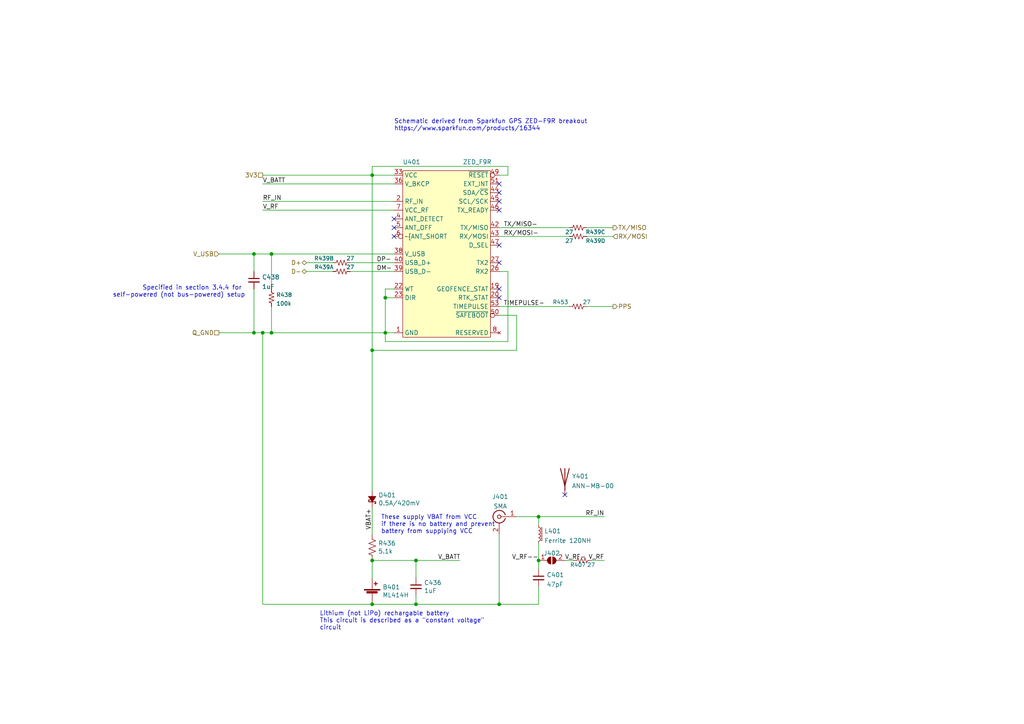
<source format=kicad_sch>
(kicad_sch (version 20211123) (generator eeschema)
  (paper "A4")
  (lib_symbols
    (symbol "Connector:Conn_Coaxial" (pin_names (offset 1.016) hide)
      (property "Reference" "J" (at 0.254 3.048 0))
      (property "Value" "Conn_Coaxial" (at 2.921 0 90))
      (symbol "Conn_Coaxial_0_1"
        (arc (start -1.778 -0.508) (mid 0.222 -1.808) (end 1.778 0) (stroke (width 0.254)))
        (polyline (pts (xy -2.54 0) (xy -0.508 0)))
        (polyline (pts (xy 0 -2.54) (xy 0 -1.778)))
        (circle (center 0 0) (radius 0.508) (stroke (width 0.2032)))
        (arc (start 1.778 0) (mid 0.222 1.8083) (end -1.778 0.508) (stroke (width 0.254)))
      )
      (symbol "Conn_Coaxial_1_1"
        (pin passive line (at -5.08 0 0) (length 2.54) (name "In") (number "1"))
        (pin passive line (at 0 -5.08 90) (length 2.54) (name "Ext") (number "2"))
      )
    )
    (symbol "Device:Antenna" (pin_numbers hide) (pin_names (offset 1.016) hide)
      (property "Reference" "AE" (at -1.905 1.905 0))
      (property "Value" "Antenna" (at -1.905 0 0))
      (symbol "Antenna_0_1"
        (polyline (pts (xy 0 2.54) (xy 0 -3.81)) (stroke (width 0.254)))
        (polyline (pts (xy 1.27 2.54) (xy 0 -2.54) (xy -1.27 2.54)) (stroke (width 0.254)))
      )
      (symbol "Antenna_1_1"
        (pin input line (at 0 -5.08 90) (length 2.54) (name "A") (number "1"))
      )
    )
    (symbol "Device:Battery_Cell" (pin_numbers hide) (pin_names (offset 0) hide)
      (property "Reference" "BT" (at 2.54 2.54 0))
      (property "Value" "Battery_Cell" (at 2.54 0 0))
      (symbol "Battery_Cell_0_1"
        (rectangle (start -2.286 1.778) (end 2.286 1.524) (fill (type outline)))
        (rectangle (start -1.5748 1.1938) (end 1.4732 0.6858) (fill (type outline)))
        (polyline (pts (xy 0 0.762) (xy 0 0)))
        (polyline (pts (xy 0 1.778) (xy 0 2.54)))
        (polyline (pts (xy 0.508 3.429) (xy 1.524 3.429)) (stroke (width 0.254)))
        (polyline (pts (xy 1.016 3.937) (xy 1.016 2.921)) (stroke (width 0.254)))
      )
      (symbol "Battery_Cell_1_1"
        (pin passive line (at 0 5.08 270) (length 2.54) (name "+") (number "1"))
        (pin passive line (at 0 -2.54 90) (length 2.54) (name "-") (number "2"))
      )
    )
    (symbol "Device:C_Small" (pin_numbers hide) (pin_names (offset 0.254) hide)
      (property "Reference" "C" (at 0.254 1.778 0))
      (property "Value" "C_Small" (at 0.254 -2.032 0))
      (symbol "C_Small_0_1"
        (polyline (pts (xy -1.524 -0.508) (xy 1.524 -0.508)) (stroke (width 0.3302)))
        (polyline (pts (xy -1.524 0.508) (xy 1.524 0.508)) (stroke (width 0.3048)))
      )
      (symbol "C_Small_1_1"
        (pin passive line (at 0 2.54 270) (length 2.032) (name "~") (number "1"))
        (pin passive line (at 0 -2.54 90) (length 2.032) (name "~") (number "2"))
      )
    )
    (symbol "Device:D_Schottky_Small_Filled" (pin_numbers hide) (pin_names (offset 0.254) hide)
      (property "Reference" "D" (at -1.27 2.032 0))
      (property "Value" "D_Schottky_Small_Filled" (at -7.112 -2.032 0))
      (symbol "D_Schottky_Small_Filled_0_1"
        (polyline (pts (xy -0.762 0) (xy 0.762 0)))
        (polyline (pts (xy 0.762 -1.016) (xy -0.762 0) (xy 0.762 1.016) (xy 0.762 -1.016)) (stroke (width 0.254)) (fill (type outline)))
        (polyline (pts (xy -1.27 0.762) (xy -1.27 1.016) (xy -0.762 1.016) (xy -0.762 -1.016) (xy -0.254 -1.016) (xy -0.254 -0.762)) (stroke (width 0.254)))
      )
      (symbol "D_Schottky_Small_Filled_1_1"
        (pin passive line (at -2.54 0 0) (length 1.778) (name "K") (number "1"))
        (pin passive line (at 2.54 0 180) (length 1.778) (name "A") (number "2"))
      )
    )
    (symbol "Device:L_Ferrite_Small" (pin_numbers hide) (pin_names (offset 0.254) hide)
      (property "Reference" "L" (at 1.27 1.016 0))
      (property "Value" "L_Ferrite_Small" (at 1.27 -1.27 0))
      (symbol "L_Ferrite_Small_0_1"
        (arc (start 0 -2.032) (mid 0.508 -1.524) (end 0 -1.016))
        (arc (start 0 -1.016) (mid 0.508 -0.508) (end 0 0))
        (polyline (pts (xy 0.762 -1.905) (xy 0.762 -1.651)))
        (polyline (pts (xy 0.762 -1.397) (xy 0.762 -1.143)))
        (polyline (pts (xy 0.762 -0.889) (xy 0.762 -0.635)))
        (polyline (pts (xy 0.762 -0.381) (xy 0.762 -0.127)))
        (polyline (pts (xy 0.762 0.127) (xy 0.762 0.381)))
        (polyline (pts (xy 0.762 0.635) (xy 0.762 0.889)))
        (polyline (pts (xy 0.762 1.143) (xy 0.762 1.397)))
        (polyline (pts (xy 0.762 1.651) (xy 0.762 1.905)))
        (polyline (pts (xy 1.016 -1.651) (xy 1.016 -1.905)))
        (polyline (pts (xy 1.016 -1.143) (xy 1.016 -1.397)))
        (polyline (pts (xy 1.016 -0.635) (xy 1.016 -0.889)))
        (polyline (pts (xy 1.016 -0.127) (xy 1.016 -0.381)))
        (polyline (pts (xy 1.016 0.381) (xy 1.016 0.127)))
        (polyline (pts (xy 1.016 0.889) (xy 1.016 0.635)))
        (polyline (pts (xy 1.016 1.397) (xy 1.016 1.143)))
        (polyline (pts (xy 1.016 1.905) (xy 1.016 1.651)))
        (arc (start 0 0) (mid 0.508 0.508) (end 0 1.016))
        (arc (start 0 1.016) (mid 0.508 1.524) (end 0 2.032))
      )
      (symbol "L_Ferrite_Small_1_1"
        (pin passive line (at 0 2.54 270) (length 0.508) (name "~") (number "1"))
        (pin passive line (at 0 -2.54 90) (length 0.508) (name "~") (number "2"))
      )
    )
    (symbol "Device:R_US" (pin_numbers hide) (pin_names (offset 0))
      (property "Reference" "R" (at 2.54 0 90))
      (property "Value" "R_US" (at -2.54 0 90))
      (symbol "R_US_0_1"
        (polyline (pts (xy 0 -2.286) (xy 0 -2.54)))
        (polyline (pts (xy 0 2.286) (xy 0 2.54)))
        (polyline (pts (xy 0 -0.762) (xy 1.016 -1.143) (xy 0 -1.524) (xy -1.016 -1.905) (xy 0 -2.286)))
        (polyline (pts (xy 0 0.762) (xy 1.016 0.381) (xy 0 0) (xy -1.016 -0.381) (xy 0 -0.762)))
        (polyline (pts (xy 0 2.286) (xy 1.016 1.905) (xy 0 1.524) (xy -1.016 1.143) (xy 0 0.762)))
      )
      (symbol "R_US_1_1"
        (pin passive line (at 0 3.81 270) (length 1.27) (name "~") (number "1"))
        (pin passive line (at 0 -3.81 90) (length 1.27) (name "~") (number "2"))
      )
    )
    (symbol "Jumper:SolderJumper_2_Open" (pin_names (offset 0) hide)
      (property "Reference" "JP" (at 0 2.032 0))
      (property "Value" "SolderJumper_2_Open" (at 0 -2.54 0))
      (symbol "SolderJumper_2_Open_0_1"
        (arc (start -0.254 1.016) (mid -1.27 0) (end -0.254 -1.016))
        (arc (start -0.254 1.016) (mid -1.27 0) (end -0.254 -1.016) (fill (type outline)))
        (polyline (pts (xy -0.254 1.016) (xy -0.254 -1.016)))
        (polyline (pts (xy 0.254 1.016) (xy 0.254 -1.016)))
        (arc (start 0.254 -1.016) (mid 1.27 0) (end 0.254 1.016))
        (arc (start 0.254 -1.016) (mid 1.27 0) (end 0.254 1.016) (fill (type outline)))
      )
      (symbol "SolderJumper_2_Open_1_1"
        (pin passive line (at -3.81 0 0) (length 2.54) (name "A") (number "1"))
        (pin passive line (at 3.81 0 180) (length 2.54) (name "B") (number "2"))
      )
    )
    (symbol "KwanSystems:RESISTOR" (pin_numbers hide) (pin_names (offset 1.016) hide)
      (property "Reference" "R" (at -1.27 1.27 0))
      (property "Value" "RESISTOR" (at -1.27 -2.54 0))
      (symbol "RESISTOR_0_1"
        (polyline (pts (xy 0 0) (xy -0.254 0.762) (xy -0.762 -0.762) (xy -1.27 0.762) (xy -1.524 0)))
        (polyline (pts (xy 0 0) (xy 0.254 -0.762) (xy 0.762 0.762) (xy 1.27 -0.762) (xy 1.524 0)))
      )
      (symbol "RESISTOR_1_1"
        (pin passive line (at -2.54 0 0) (length 0.9906) (name "1") (number "1"))
        (pin passive line (at 2.54 0 180) (length 0.9906) (name "2") (number "2"))
      )
    )
    (symbol "KwanSystems:RP4" (pin_numbers hide) (pin_names (offset 0) hide)
      (property "Reference" "R" (at -1.27 1.27 0))
      (property "Value" "RP4" (at -1.27 -2.54 0))
      (symbol "RP4_0_1"
        (polyline (pts (xy 0 0) (xy -0.254 0.762) (xy -0.762 -0.762) (xy -1.27 0.762) (xy -1.524 0)))
        (polyline (pts (xy 0 0) (xy 0.254 -0.762) (xy 0.762 0.762) (xy 1.27 -0.762) (xy 1.524 0)))
      )
      (symbol "RP4_1_1"
        (pin passive line (at -2.54 0 0) (length 0.9906) (name "4") (number "1"))
        (pin passive line (at 2.54 0 180) (length 0.9906) (name "5") (number "8"))
      )
      (symbol "RP4_2_1"
        (pin passive line (at -2.54 0 0) (length 0.9906) (name "4") (number "2"))
        (pin passive line (at 2.54 0 180) (length 0.9906) (name "5") (number "7"))
      )
      (symbol "RP4_3_1"
        (pin passive line (at -2.54 0 0) (length 0.9906) (name "4") (number "3"))
        (pin passive line (at 2.54 0 180) (length 0.9906) (name "5") (number "6"))
      )
      (symbol "RP4_4_1"
        (pin passive line (at -2.54 0 0) (length 0.9906) (name "4") (number "4"))
        (pin passive line (at 2.54 0 180) (length 0.9906) (name "5") (number "5"))
      )
    )
    (symbol "KwanSystems:ZED_F9R"
      (property "Reference" "U401" (at 0 17.8857 0))
      (property "Value" "ZED_F9R" (at 0 15.1106 0))
      (symbol "ZED_F9R_0_1"
        (rectangle (start -12.7 13.97) (end 12.7 -34.29) (stroke (width 0.1524)) (fill (type background)))
      )
      (symbol "ZED_F9R_1_1"
        (pin passive line (at -15.24 -33.02 0) (length 2.54) (name "GND") (number "1"))
        (pin no_connect line (at 15.494 -33.528 180) (length 2.54) hide (name "RESERVED") (number "10"))
        (pin no_connect line (at 15.494 -33.782 180) (length 2.54) hide (name "RESERVED") (number "11"))
        (pin passive line (at -15.24 -33.02 0) (length 2.54) hide (name "GND") (number "12"))
        (pin no_connect line (at 15.494 -34.036 180) (length 2.54) hide (name "RESERVED") (number "13"))
        (pin passive line (at -15.24 -33.02 0) (length 2.54) hide (name "GND") (number "14"))
        (pin no_connect line (at 15.494 -34.544 180) (length 2.54) hide (name "RESERVED") (number "15"))
        (pin no_connect line (at 15.494 -34.798 180) (length 2.54) hide (name "RESERVED") (number "16"))
        (pin no_connect line (at 15.494 -35.052 180) (length 2.54) hide (name "RESERVED") (number "17"))
        (pin no_connect line (at 15.494 -35.306 180) (length 2.54) hide (name "RESERVED") (number "18"))
        (pin output line (at 15.24 -20.32 180) (length 2.54) (name "GEOFENCE_STAT") (number "19"))
        (pin input line (at -15.24 5.08 0) (length 2.54) (name "RF_IN") (number "2"))
        (pin output line (at 15.24 -22.86 180) (length 2.54) (name "RTK_STAT") (number "20"))
        (pin no_connect line (at 15.494 -35.814 180) (length 2.54) hide (name "RESERVED") (number "21"))
        (pin input line (at -15.24 -20.32 0) (length 2.54) (name "WT") (number "22"))
        (pin input line (at -15.24 -22.86 0) (length 2.54) (name "DIR") (number "23"))
        (pin no_connect line (at 15.494 -36.068 180) (length 2.54) hide (name "RESERVED") (number "24"))
        (pin no_connect line (at 15.494 -36.322 180) (length 2.54) hide (name "RESERVED") (number "25"))
        (pin input line (at 15.24 -15.24 180) (length 2.54) (name "RX2") (number "26"))
        (pin output line (at 15.24 -12.7 180) (length 2.54) (name "TX2") (number "27"))
        (pin no_connect line (at 15.494 -36.576 180) (length 2.54) hide (name "RESERVED") (number "28"))
        (pin no_connect line (at 15.494 -37.084 180) (length 2.54) hide (name "RESERVED") (number "29"))
        (pin passive line (at -15.24 -33.02 0) (length 2.54) hide (name "GND") (number "3"))
        (pin no_connect line (at 15.494 -37.338 180) (length 2.54) hide (name "RESERVED") (number "30"))
        (pin no_connect line (at 15.494 -37.592 180) (length 2.54) hide (name "RESERVED") (number "31"))
        (pin passive line (at -15.24 -33.02 0) (length 2.54) hide (name "GND") (number "32"))
        (pin passive line (at -15.24 12.7 0) (length 2.54) (name "VCC") (number "33"))
        (pin passive line (at -15.24 12.7 0) (length 2.54) hide (name "VCC") (number "34"))
        (pin no_connect line (at 15.494 -37.846 180) (length 2.54) hide (name "RESERVED") (number "35"))
        (pin passive line (at -15.24 10.16 0) (length 2.54) (name "V_BKCP") (number "36"))
        (pin passive line (at -15.24 -33.02 0) (length 2.54) hide (name "GND") (number "37"))
        (pin input line (at -15.24 -10.16 0) (length 2.54) (name "V_USB") (number "38"))
        (pin bidirectional line (at -15.24 -15.24 0) (length 2.54) (name "USB_D-") (number "39"))
        (pin input line (at -15.24 0 0) (length 2.54) (name "ANT_DETECT") (number "4"))
        (pin bidirectional line (at -15.24 -12.7 0) (length 2.54) (name "USB_D+") (number "40"))
        (pin passive line (at -15.24 -33.02 0) (length 2.54) hide (name "GND") (number "41"))
        (pin output line (at 15.24 -2.54 180) (length 2.54) (name "TX/MISO") (number "42"))
        (pin input line (at 15.24 -5.08 180) (length 2.54) (name "RX/MOSI") (number "43"))
        (pin bidirectional line (at 15.24 7.62 180) (length 2.54) (name "SDA/~{CS}") (number "44"))
        (pin bidirectional line (at 15.24 5.08 180) (length 2.54) (name "SCL/SCK") (number "45"))
        (pin output line (at 15.24 2.54 180) (length 2.54) (name "TX_READY") (number "46"))
        (pin input line (at 15.24 -7.62 180) (length 2.54) (name "D_SEL") (number "47"))
        (pin passive line (at -15.24 -33.02 0) (length 2.54) hide (name "GND") (number "48"))
        (pin input inverted (at 15.24 12.7 180) (length 2.54) (name "~{RESET}") (number "49"))
        (pin output line (at -15.24 -2.54 0) (length 2.54) (name "ANT_OFF") (number "5"))
        (pin input inverted (at 15.24 -27.94 180) (length 2.54) (name "~{SAFEBOOT}") (number "50"))
        (pin input line (at 15.24 10.16 180) (length 2.54) (name "EXT_INT") (number "51"))
        (pin no_connect line (at 15.494 -38.354 180) (length 2.54) hide (name "RESERVED") (number "52"))
        (pin output line (at 15.24 -25.4 180) (length 2.54) (name "TIMEPULSE") (number "53"))
        (pin no_connect line (at 15.494 -38.608 180) (length 2.54) hide (name "RESERVED") (number "54"))
        (pin input inverted (at -15.24 -5.08 0) (length 2.54) (name "~{ANT_SHORT") (number "6"))
        (pin output line (at -15.24 2.54 0) (length 2.54) (name "VCC_RF") (number "7"))
        (pin no_connect line (at 15.24 -33.02 180) (length 2.54) (name "RESERVED") (number "8"))
        (pin no_connect line (at 15.494 -33.274 180) (length 2.54) hide (name "RESERVED") (number "9"))
        (pin passive line (at -15.24 -33.02 0) (length 2.54) hide (name "GND") (number "PAD"))
      )
    )
  )
  (junction (at 156.21 162.56))
  (junction (at 73.66 96.52))
  (junction (at 107.95 101.6))
  (junction (at 111.76 86.36))
  (junction (at 107.95 175.26))
  (junction (at 111.76 96.52))
  (junction (at 107.95 162.56))
  (junction (at 120.65 162.56))
  (junction (at 120.65 175.26))
  (junction (at 107.95 50.8))
  (junction (at 76.2 96.52))
  (junction (at 156.21 149.86))
  (junction (at 78.74 73.66))
  (junction (at 73.66 73.66))
  (junction (at 144.78 175.26))
  (junction (at 78.74 96.52))
  (no_connect (at 144.78 86.36))
  (no_connect (at 144.78 83.82))
  (no_connect (at 144.78 53.34))
  (no_connect (at 114.3 68.58))
  (no_connect (at 114.3 63.5))
  (no_connect (at 114.3 66.04))
  (no_connect (at 144.78 76.2))
  (no_connect (at 163.83 143.51))
  (no_connect (at 144.78 55.88))
  (no_connect (at 144.78 60.96))
  (no_connect (at 144.78 58.42))
  (no_connect (at 144.78 71.12))
  (wire (pts (xy 107.95 50.8) (xy 114.3 50.8)))
  (wire (pts (xy 78.74 88.9) (xy 78.74 96.52)))
  (wire (pts (xy 76.2 96.52) (xy 78.74 96.52)))
  (wire (pts (xy 170.18 68.58) (xy 177.8 68.58)))
  (wire (pts (xy 114.3 83.82) (xy 111.76 83.82)))
  (wire (pts (xy 63.5 73.66) (xy 73.66 73.66)))
  (wire (pts (xy 78.74 73.66) (xy 78.74 83.82)))
  (wire (pts (xy 111.76 86.36) (xy 114.3 86.36)))
  (wire (pts (xy 76.2 53.34) (xy 114.3 53.34)))
  (wire (pts (xy 63.5 96.52) (xy 73.66 96.52)))
  (wire (pts (xy 120.65 162.56) (xy 133.35 162.56)))
  (wire (pts (xy 111.76 83.82) (xy 111.76 86.36)))
  (wire (pts (xy 166.37 162.56) (xy 163.83 162.56)))
  (wire (pts (xy 114.3 76.2) (xy 101.6 76.2)))
  (wire (pts (xy 78.74 73.66) (xy 114.3 73.66)))
  (wire (pts (xy 144.78 68.58) (xy 165.1 68.58)))
  (wire (pts (xy 107.95 48.26) (xy 147.32 48.26)))
  (wire (pts (xy 111.76 96.52) (xy 111.76 99.06)))
  (wire (pts (xy 107.95 50.8) (xy 107.95 101.6)))
  (wire (pts (xy 78.74 96.52) (xy 111.76 96.52)))
  (wire (pts (xy 111.76 99.06) (xy 147.32 99.06)))
  (wire (pts (xy 149.86 149.86) (xy 156.21 149.86)))
  (wire (pts (xy 171.45 162.56) (xy 175.26 162.56)))
  (wire (pts (xy 120.65 175.26) (xy 120.65 172.72)))
  (wire (pts (xy 88.9 76.2) (xy 96.52 76.2)))
  (wire (pts (xy 165.1 88.9) (xy 144.78 88.9)))
  (wire (pts (xy 76.2 60.96) (xy 114.3 60.96)))
  (wire (pts (xy 73.66 73.66) (xy 73.66 78.74)))
  (wire (pts (xy 111.76 96.52) (xy 114.3 96.52)))
  (wire (pts (xy 73.66 83.82) (xy 73.66 96.52)))
  (wire (pts (xy 147.32 99.06) (xy 147.32 78.74)))
  (wire (pts (xy 156.21 162.56) (xy 156.21 157.48)))
  (wire (pts (xy 107.95 147.32) (xy 107.95 154.94)))
  (wire (pts (xy 156.21 149.86) (xy 175.26 149.86)))
  (wire (pts (xy 120.65 162.56) (xy 120.65 167.64)))
  (wire (pts (xy 107.95 50.8) (xy 107.95 48.26)))
  (wire (pts (xy 156.21 175.26) (xy 144.78 175.26)))
  (wire (pts (xy 149.86 91.44) (xy 144.78 91.44)))
  (wire (pts (xy 73.66 96.52) (xy 76.2 96.52)))
  (wire (pts (xy 107.95 167.64) (xy 107.95 162.56)))
  (wire (pts (xy 73.66 73.66) (xy 78.74 73.66)))
  (wire (pts (xy 170.18 88.9) (xy 177.8 88.9)))
  (wire (pts (xy 147.32 48.26) (xy 147.32 50.8)))
  (wire (pts (xy 156.21 170.18) (xy 156.21 175.26)))
  (wire (pts (xy 111.76 96.52) (xy 111.76 86.36)))
  (wire (pts (xy 107.95 162.56) (xy 120.65 162.56)))
  (wire (pts (xy 120.65 175.26) (xy 144.78 175.26)))
  (wire (pts (xy 76.2 175.26) (xy 107.95 175.26)))
  (wire (pts (xy 156.21 152.4) (xy 156.21 149.86)))
  (wire (pts (xy 114.3 78.74) (xy 101.6 78.74)))
  (wire (pts (xy 76.2 96.52) (xy 76.2 175.26)))
  (wire (pts (xy 147.32 78.74) (xy 144.78 78.74)))
  (wire (pts (xy 107.95 175.26) (xy 120.65 175.26)))
  (wire (pts (xy 107.95 101.6) (xy 107.95 142.24)))
  (wire (pts (xy 149.86 101.6) (xy 149.86 91.44)))
  (wire (pts (xy 76.2 50.8) (xy 107.95 50.8)))
  (wire (pts (xy 76.2 58.42) (xy 114.3 58.42)))
  (wire (pts (xy 144.78 175.26) (xy 144.78 154.94)))
  (wire (pts (xy 144.78 50.8) (xy 147.32 50.8)))
  (wire (pts (xy 156.21 165.1) (xy 156.21 162.56)))
  (wire (pts (xy 107.95 101.6) (xy 149.86 101.6)))
  (wire (pts (xy 170.18 66.04) (xy 177.8 66.04)))
  (wire (pts (xy 144.78 66.04) (xy 165.1 66.04)))
  (wire (pts (xy 88.9 78.74) (xy 96.52 78.74)))
  (text "Schematic derived from Sparkfun GPS ZED-F9R breakout\nhttps://www.sparkfun.com/products/16344" (at 114.3 38.1 0) (effects (font (size 1.27 1.27)) (justify left bottom)))
  (text "Lithium (not LiPo) rechargable battery\nThis circuit is described as a \"constant voltage\"\ncircuit" (at 92.71 182.88 0) (effects (font (size 1.27 1.27)) (justify left bottom)))
  (text "These supply VBAT from VCC\nif there is no battery and prevent\nbattery from supplying VCC" (at 110.49 154.94 0) (effects (font (size 1.27 1.27)) (justify left bottom)))
  (text "Specified in section 3.4.4 for \nself-powered (not bus-powered) setup" (at 71.12 86.36 0) (effects (font (size 1.27 1.27)) (justify right bottom)))
  (label "V_RF-" (at 163.83 162.56 0))
  (label "V_RF" (at 175.26 162.56 180))
  (label "RF_IN" (at 76.2 58.42 0))
  (label "VBAT+" (at 107.95 153.67 90))
  (label "RX{slash}MOSI-" (at 146.05 68.58 0))
  (label "TIMEPULSE-" (at 146.05 88.9 0))
  (label "DP-" (at 109.22 76.2 0))
  (label "DM-" (at 109.22 78.74 0))
  (label "V_RF--" (at 156.21 162.56 180))
  (label "TX{slash}MISO-" (at 146.05 66.04 0))
  (label "V_RF" (at 76.2 60.96 0))
  (label "RF_IN" (at 175.26 149.86 180))
  (label "V_BATT" (at 127 162.56 0))
  (label "V_BATT" (at 76.2 53.34 0))
  (hierarchical_label "PPS" (shape output) (at 177.8 88.9 0))
  (hierarchical_label "TX{slash}MISO" (shape output) (at 177.8 66.04 0))
  (hierarchical_label "D+" (shape bidirectional) (at 88.9 76.2 180))
  (hierarchical_label "3V3" (shape passive) (at 76.2 50.8 180))
  (hierarchical_label "D-" (shape bidirectional) (at 88.9 78.74 180))
  (hierarchical_label "Q_GND" (shape passive) (at 63.5 96.52 180))
  (hierarchical_label "RX{slash}MOSI" (shape input) (at 177.8 68.58 0))
  (hierarchical_label "V_USB" (shape input) (at 63.5 73.66 180))
  (symbol (lib_id "Device:C_Small") (at 120.65 170.18 0) (unit 1)
    (property "Reference" "C436" (at 122.9868 169.0116 0) (effects (justify left)))
    (property "Value" "1uF" (at 122.9868 171.323 0) (effects (justify left)))
    (property "Footprint" "Capacitor_SMD:C_0402_1005Metric" (effects hide))
    (property "Digikey" "399-C0402C105K9PAC7800CT-ND" (effects hide))
    (property "Purpose" "Battery Bypass" (effects hide))
  )
  (symbol (lib_id "KwanSystems:RP4") (at 167.64 66.04 180) (unit 3)
    (property "Reference" "R439" (at 172.72 67.31 0) (effects (font (size 1.143 1.143))))
    (property "Value" "27" (at 165.1 67.31 0) (effects (font (size 1.143 1.143))))
    (property "Footprint" "KwanSystems:R_Array_Convex_4x0402" (effects hide))
    (property "Digikey" "741C083270JPCT-ND" (effects hide))
    (property "Purpose" "GPS input protection" (effects hide))
  )
  (symbol (lib_id "Device:L_Ferrite_Small") (at 156.21 154.94 0) (unit 1)
    (property "Reference" "L401" (at 157.861 154.0315 0) (effects (justify left)))
    (property "Value" "Ferrite 120NH" (at 157.861 156.8066 0) (effects (justify left)))
    (property "Footprint" "Inductor_SMD:L_0402_1005Metric" (effects hide))
    (property "Purpose" "Active antenna power supply" (effects hide))
    (property "Digikey" "445-180949-1-ND" (effects hide))
  )
  (symbol (lib_id "KwanSystems:RP4") (at 99.06 76.2 0) (unit 2)
    (property "Reference" "R439" (at 93.98 74.93 0) (effects (font (size 1.143 1.143))))
    (property "Value" "27" (at 101.6 74.93 0) (effects (font (size 1.143 1.143))))
    (property "Footprint" "KwanSystems:R_Array_Convex_4x0402" (effects hide))
    (property "Digikey" "741C083270JPCT-ND" (effects hide))
    (property "Purpose" "GPS input protection" (effects hide))
  )
  (symbol (lib_id "Connector:Conn_Coaxial") (at 144.78 149.86 0) (mirror y) (unit 1)
    (property "Reference" "J401" (at 145.0974 144.0669 0))
    (property "Value" "SMA" (at 145.0974 146.842 0))
    (property "Footprint" "KwanSystems:SMA-EDGE" (effects hide))
    (property "Datasheet" " ~" (effects hide))
    (property "Purpose" "Antenna connector" (effects hide))
    (property "Digikey" "CONSMA003.062-ND" (effects hide))
  )
  (symbol (lib_id "Device:R_US") (at 107.95 158.75 0) (unit 1)
    (property "Reference" "R436" (at 109.6772 157.5816 0) (effects (justify left)))
    (property "Value" "5.1k" (at 109.6772 159.893 0) (effects (justify left)))
    (property "Footprint" "Resistor_SMD:R_0402_1005Metric" (effects hide))
    (property "Digikey" "P5.1KJCT-ND" (effects hide))
    (property "Max Voltage" "63mW" (effects hide))
    (property "Precision" "1%" (effects hide))
    (property "Purpose" "Li Battery recharge current limit" (effects hide))
  )
  (symbol (lib_id "KwanSystems:RP4") (at 99.06 78.74 0) (unit 1)
    (property "Reference" "R439" (at 93.98 77.47 0) (effects (font (size 1.143 1.143))))
    (property "Value" "27" (at 101.6 77.47 0) (effects (font (size 1.143 1.143))))
    (property "Footprint" "KwanSystems:R_Array_Convex_4x0402" (effects hide))
    (property "Digikey" "741C083270JPCT-ND" (effects hide))
    (property "Purpose" "GPS input protection" (effects hide))
  )
  (symbol (lib_id "Device:C_Small") (at 156.21 167.64 0) (unit 1)
    (property "Reference" "C401" (at 158.5341 166.7378 0) (effects (justify left)))
    (property "Value" "47pF" (at 158.5341 169.5129 0) (effects (justify left)))
    (property "Footprint" "Capacitor_SMD:C_0402_1005Metric" (effects hide))
    (property "Purpose" "Active antenna power supply" (effects hide))
    (property "Digikey" "399-C0402C470J5GAC7867CT-ND" (effects hide))
  )
  (symbol (lib_id "KwanSystems:ZED_F9R") (at 129.54 63.5 0) (unit 1)
    (property "Reference" "U401" (at 119.38 46.99 0))
    (property "Value" "ZED_F9R" (at 138.43 46.99 0))
    (property "Footprint" "KwanSystems:ZED-F9x" (effects hide))
    (property "Purpose" "GPS Receiver" (effects hide))
    (property "Digikey" "672-ZED-F9R-02BCT-ND" (effects hide))
  )
  (symbol (lib_id "Device:Antenna") (at 163.83 138.43 0) (unit 1) (on_board no)
    (property "Reference" "Y401" (at 165.862 138.1565 0) (effects (justify left)))
    (property "Value" "ANN-MB-00" (at 165.862 140.9316 0) (effects (justify left)))
    (property "Digikey" "672-ANN-MB-00-00-ND" (effects hide))
  )
  (symbol (lib_id "KwanSystems:RESISTOR") (at 168.91 162.56 0) (unit 1)
    (property "Reference" "R407" (at 167.64 163.83 0) (effects (font (size 1.143 1.143))))
    (property "Value" "27" (at 171.45 163.83 0) (effects (font (size 1.143 1.143))))
    (property "Footprint" "Resistor_SMD:R_0402_1005Metric" (effects hide))
    (property "Purpose" "Active antenna power supply" (effects hide))
    (property "Digikey" "P27JCT-ND" (effects hide))
  )
  (symbol (lib_id "Jumper:SolderJumper_2_Open") (at 160.02 162.56 0) (unit 1) (in_bom no)
    (property "Reference" "J402" (at 160.02 160.4795 0))
    (property "Value" "SolderJumper_2_Open" (effects hide))
    (property "Footprint" "Jumper:SolderJumper-2_P1.3mm_Open_RoundedPad1.0x1.5mm" (effects hide))
    (property "Purpose" "Active/Passive antenna selector" (effects hide))
  )
  (symbol (lib_id "Device:C_Small") (at 73.66 81.28 0) (unit 1)
    (property "Reference" "C438" (at 75.9841 80.3778 0) (effects (justify left)))
    (property "Value" "1uF" (at 75.9841 83.1529 0) (effects (justify left)))
    (property "Footprint" "Capacitor_SMD:C_0402_1005Metric" (effects hide))
    (property "Purpose" "V_USBDETECT capacitor" (effects hide))
    (property "Digikey" "399-C0402C105K9PAC7800CT-ND" (effects hide))
  )
  (symbol (lib_id "KwanSystems:RESISTOR") (at 167.64 88.9 0) (unit 1)
    (property "Reference" "R453" (at 162.56 87.63 0) (effects (font (size 1.143 1.143))))
    (property "Value" "27" (at 170.18 87.63 0) (effects (font (size 1.143 1.143))))
    (property "Footprint" "Resistor_SMD:R_0402_1005Metric" (effects hide))
    (property "Digikey" "P27JCT-ND" (effects hide))
    (property "Purpose" "GPS Timepulse protection" (effects hide))
  )
  (symbol (lib_id "Device:Battery_Cell") (at 107.95 172.72 0) (unit 1)
    (property "Reference" "B401" (at 110.9472 170.2816 0) (effects (justify left)))
    (property "Value" "ML414H" (at 110.9472 172.593 0) (effects (justify left)))
    (property "Footprint" "KwanSystems:Coin_Cell_ML414H" (effects hide))
    (property "Digikey" "728-1052-1-ND" (effects hide))
    (property "Purpose" "Lithium Rechargable GPS Memory Backup" (effects hide))
  )
  (symbol (lib_id "Device:D_Schottky_Small_Filled") (at 107.95 144.78 270) (mirror x) (unit 1)
    (property "Reference" "D401" (at 109.728 143.6116 90) (effects (justify left)))
    (property "Value" "0.5A/420mV" (at 109.728 145.923 90) (effects (justify left)))
    (property "Footprint" "Diode_SMD:D_0603_1608Metric" (effects hide))
    (property "Digikey" "641-1332-1-ND" (effects hide))
    (property "Purpose" "Battery reverse protection" (effects hide))
    (property "Max Voltage" "40V" (effects hide))
  )
  (symbol (lib_id "KwanSystems:RP4") (at 167.64 68.58 180) (unit 4)
    (property "Reference" "R439" (at 172.72 69.85 0) (effects (font (size 1.143 1.143))))
    (property "Value" "27" (at 165.1 69.85 0) (effects (font (size 1.143 1.143))))
    (property "Footprint" "KwanSystems:R_Array_Convex_4x0402" (effects hide))
    (property "Digikey" "741C083270JPCT-ND" (effects hide))
    (property "Purpose" "GPS input protection" (effects hide))
  )
  (symbol (lib_id "KwanSystems:RESISTOR") (at 78.74 86.36 90) (unit 1)
    (property "Reference" "R438" (at 80.137 85.5297 90) (effects (font (size 1.143 1.143)) (justify right)))
    (property "Value" "100k" (at 80.137 88.0525 90) (effects (font (size 1.143 1.143)) (justify right)))
    (property "Footprint" "Resistor_SMD:R_0402_1005Metric" (effects hide))
    (property "Purpose" "V_USBDETECT resistor" (effects hide))
    (property "Digikey" "P100KJCT-ND" (effects hide))
  )
)
</source>
